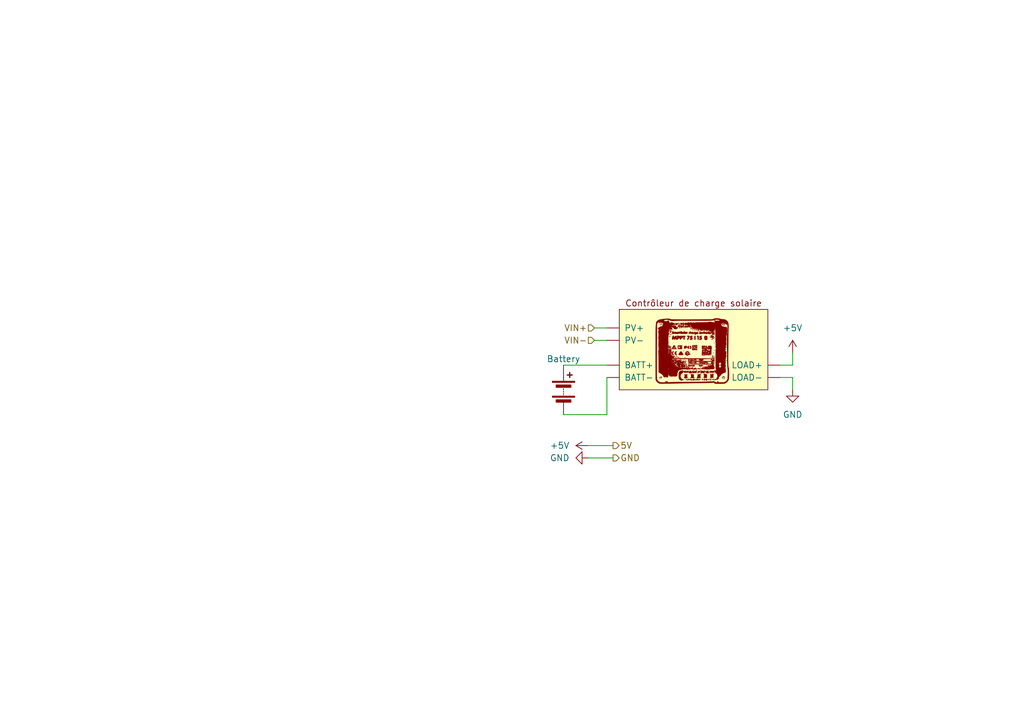
<source format=kicad_sch>
(kicad_sch (version 20230121) (generator eeschema)
  (paper "A5")
  (lib_symbols
    (symbol "Device:Battery" (pin_numbers hide) (pin_names (offset 0) hide)
      (property "Reference" "BT" (at 2.54 2.54 0))
      (property "Value" "Battery" (at 2.54 0 0))
      (symbol "Battery_1_1"
        (pin passive line (at 0 5.08 270) (length 2.54) (name "+") (number "1"))
        (pin passive line (at 0 -5.08 90) (length 2.54) (name "-") (number "2"))
      )
    )
    (symbol "Library_puits:Charge controller s" (pin_names (offset 1.016))
      (symbol "Charge controller s_1_1"
        (text "Contrôleur de charge solaire" (at 0 10.16 0) (effects (font (size 1.27 1.27))))
        (pin input line (at -17.78 -2.54 0) (length 2.54) (name "BATT+") (number ""))
        (pin input line (at -17.78 -5.08 0) (length 2.54) (name "BATT-") (number ""))
        (pin output line (at 17.78 -2.54 180) (length 2.54) (name "LOAD+") (number ""))
        (pin output line (at 17.78 -5.08 180) (length 2.54) (name "LOAD-") (number ""))
        (pin input line (at -17.78 5.08 0) (length 2.54) (name "PV+") (number ""))
        (pin input line (at -17.78 2.54 0) (length 2.54) (name "PV-") (number ""))
      )
    )
    (symbol "power:+5V" (power) (pin_names (offset 0))
      (property "Value" "+5V" (at 0 3.556 0))
      (symbol "+5V_1_1"
        (pin power_in line (at 0 0 90) (length 0) hide (name "+5V") (number "1"))
      )
    )
    (symbol "power:GND" (power) (pin_names (offset 0))
      (property "Value" "GND" (at 0 -3.81 0))
      (symbol "GND_1_1"
        (pin power_in line (at 0 0 270) (length 0) hide (name "GND") (number "1"))
      )
    )
  )
  (wire (pts (xy 162.56 80.01) (xy 162.56 77.47)))
  (wire (pts (xy 115.57 85.09) (xy 124.46 85.09)))
  (wire (pts (xy 115.57 74.93) (xy 124.46 74.93)))
  (wire (pts (xy 125.73 91.44) (xy 120.65 91.44)))
  (wire (pts (xy 160.02 74.93) (xy 162.56 74.93)))
  (wire (pts (xy 162.56 77.47) (xy 160.02 77.47)))
  (wire (pts (xy 121.92 67.31) (xy 124.46 67.31)))
  (wire (pts (xy 121.92 69.85) (xy 124.46 69.85)))
  (wire (pts (xy 124.46 85.09) (xy 124.46 77.47)))
  (wire (pts (xy 120.65 93.98) (xy 125.73 93.98)))
  (wire (pts (xy 162.56 74.93) (xy 162.56 72.39)))
  (hierarchical_label "VIN+" (shape input) (at 121.92 67.31 180))
  (hierarchical_label "GND" (shape output) (at 125.73 93.98 0))
  (hierarchical_label "5V" (shape output) (at 125.73 91.44 0))
  (hierarchical_label "VIN-" (shape input) (at 121.92 69.85 180))
  (symbol (lib_id "power:+5V") (at 120.65 91.44 90) (unit 1)
    (property "Reference" "#PWR015" (effects hide))
    (property "Value" "+5V" (at 116.84 91.44 90) (effects (justify left)))
  )
  (symbol (lib_id "Device:Battery") (at 115.57 80.01 0) (unit 1)
    (property "Reference" "BT1" (effects hide))
    (property "Value" "Battery" (at 115.57 73.66 0))
  )
  (symbol (lib_id "Library_puits:Charge controller s") (at 142.24 72.39 0) (unit 1)
    (property "Reference" "#G3" (effects hide))
    (property "Value" "Charge controller s" (effects hide))
  )
  (symbol (lib_id "power:+5V") (at 162.56 72.39 0) (unit 1)
    (property "Reference" "#PWR013" (effects hide))
    (property "Value" "+5V" (at 162.56 67.31 0))
  )
  (symbol (lib_id "power:GND") (at 162.56 80.01 0) (unit 1)
    (property "Reference" "#PWR016" (effects hide))
    (property "Value" "GND" (at 162.56 85.09 0))
  )
  (symbol (lib_id "power:GND") (at 120.65 93.98 270) (unit 1)
    (property "Reference" "#PWR019" (effects hide))
    (property "Value" "GND" (at 116.84 93.98 90) (effects (justify right)))
  )
)
</source>
